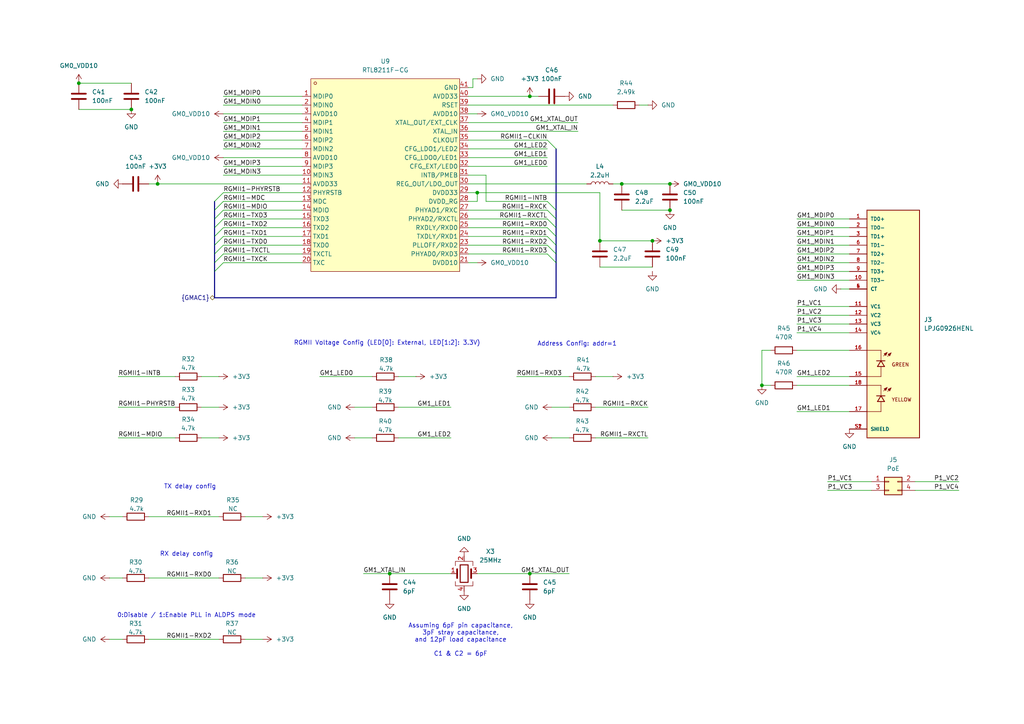
<source format=kicad_sch>
(kicad_sch (version 20250114) (generator "eeschema") (generator_version "9.0")
  (paper "A4")
  (title_block (date "2025-02-20") (rev "V0.1") (company "Matthew Spotten"))
  (lib_symbols
    (symbol "Connector_Generic:Conn_02x02_Odd_Even" (pin_names (offset 1.016) (hide yes))
      (property "Reference" "J" (at 1.27 2.54 0))
      (property "Value" "Conn_02x02_Odd_Even" (at 1.27 -5.08 0))
      (symbol "Conn_02x02_Odd_Even_1_1"
        (rectangle (start -1.27 1.27) (end 3.81 -3.81) (stroke (width 0.254)) (fill (type background)))
        (rectangle (start -1.27 0.127) (end 0 -0.127) (stroke (width 0.1524)))
        (rectangle (start -1.27 -2.413) (end 0 -2.667) (stroke (width 0.1524)))
        (rectangle (start 3.81 0.127) (end 2.54 -0.127) (stroke (width 0.1524)))
        (rectangle (start 3.81 -2.413) (end 2.54 -2.667) (stroke (width 0.1524)))
        (pin passive line (at -5.08 0 0) (length 3.81) (name "Pin_1") (number "1"))
        (pin passive line (at -5.08 -2.54 0) (length 3.81) (name "Pin_3") (number "3"))
        (pin passive line (at 7.62 0 180) (length 3.81) (name "Pin_2") (number "2"))
        (pin passive line (at 7.62 -2.54 180) (length 3.81) (name "Pin_4") (number "4"))
      )
    )
    (symbol "Device:C" (pin_numbers (hide yes)) (pin_names (offset 0.254))
      (property "Reference" "C" (at 0.635 2.54 0))
      (property "Value" "C" (at 0.635 -2.54 0))
      (symbol "C_0_1"
        (polyline (pts (xy -2.032 0.762) (xy 2.032 0.762)) (stroke (width 0.508)))
        (polyline (pts (xy -2.032 -0.762) (xy 2.032 -0.762)) (stroke (width 0.508)))
      )
      (symbol "C_1_1"
        (pin passive line (at 0 3.81 270) (length 2.794) (name "~") (number "1"))
        (pin passive line (at 0 -3.81 90) (length 2.794) (name "~") (number "2"))
      )
    )
    (symbol "Device:Crystal_GND24" (pin_names (offset 1.016) (hide yes))
      (property "Reference" "Y" (at 3.175 5.08 0))
      (property "Value" "Crystal_GND24" (at 3.175 3.175 0))
      (symbol "Crystal_GND24_0_1"
        (polyline (pts (xy -2.54 2.286) (xy -2.54 3.556) (xy 2.54 3.556) (xy 2.54 2.286)))
        (polyline (pts (xy -2.54 0) (xy -2.032 0)))
        (polyline (pts (xy -2.54 -2.286) (xy -2.54 -3.556) (xy 2.54 -3.556) (xy 2.54 -2.286)))
        (polyline (pts (xy -2.032 -1.27) (xy -2.032 1.27)) (stroke (width 0.508)))
        (rectangle (start -1.143 2.54) (end 1.143 -2.54) (stroke (width 0.3048)))
        (polyline (pts (xy 0 3.556) (xy 0 3.81)))
        (polyline (pts (xy 0 -3.81) (xy 0 -3.556)))
        (polyline (pts (xy 2.032 0) (xy 2.54 0)))
        (polyline (pts (xy 2.032 -1.27) (xy 2.032 1.27)) (stroke (width 0.508)))
      )
      (symbol "Crystal_GND24_1_1"
        (pin passive line (at -3.81 0 0) (length 1.27) (name "1") (number "1"))
        (pin passive line (at 0 5.08 270) (length 1.27) (name "2") (number "2"))
        (pin passive line (at 0 -5.08 90) (length 1.27) (name "4") (number "4"))
        (pin passive line (at 3.81 0 180) (length 1.27) (name "3") (number "3"))
      )
    )
    (symbol "Device:L" (pin_numbers (hide yes)) (pin_names (offset 1.016) (hide yes))
      (property "Reference" "L" (at -1.27 0 90))
      (property "Value" "L" (at 1.905 0 90))
      (symbol "L_0_1"
        (arc (start 0 2.54) (mid 0.6323 1.905) (end 0 1.27))
        (arc (start 0 1.27) (mid 0.6323 0.635) (end 0 0))
        (arc (start 0 0) (mid 0.6323 -0.635) (end 0 -1.27))
        (arc (start 0 -1.27) (mid 0.6323 -1.905) (end 0 -2.54))
      )
      (symbol "L_1_1"
        (pin passive line (at 0 3.81 270) (length 1.27) (name "1") (number "1"))
        (pin passive line (at 0 -3.81 90) (length 1.27) (name "2") (number "2"))
      )
    )
    (symbol "Device:R" (pin_numbers (hide yes)) (pin_names (offset 0))
      (property "Reference" "R" (at 2.032 0 90))
      (property "Value" "R" (at 0 0 90))
      (symbol "R_0_1"
        (rectangle (start -1.016 -2.54) (end 1.016 2.54) (stroke (width 0.254)))
      )
      (symbol "R_1_1"
        (pin passive line (at 0 3.81 270) (length 1.27) (name "~") (number "1"))
        (pin passive line (at 0 -3.81 90) (length 1.27) (name "~") (number "2"))
      )
    )
    (symbol "LPJG0926HENL:LPJG0926HENL" (pin_names (offset 1.016))
      (property "Reference" "J" (at -7.62 33.782 0))
      (property "Value" "LPJG0926HENL" (at -7.62 -35.56 0))
      (symbol "LPJG0926HENL_0_0"
        (rectangle (start -7.62 33.02) (end 7.62 -33.02) (stroke (width 0.254)) (fill (type background)))
        (polyline (pts (xy -3.556 -7.62) (xy -7.62 -7.62)) (stroke (width 0.1524)))
        (polyline (pts (xy -3.556 -10.541) (xy -3.556 -7.62)) (stroke (width 0.1524)))
        (polyline (pts (xy -3.556 -10.668) (xy -4.826 -10.668)) (stroke (width 0.254)))
        (polyline (pts (xy -3.556 -10.668) (xy -4.572 -12.319)) (stroke (width 0.254)))
        (polyline (pts (xy -3.556 -15.24) (xy -7.62 -15.24)) (stroke (width 0.1524)))
        (polyline (pts (xy -3.556 -15.24) (xy -3.556 -12.446)) (stroke (width 0.1524)))
        (polyline (pts (xy -3.556 -17.78) (xy -7.62 -17.78)) (stroke (width 0.1524)))
        (polyline (pts (xy -3.556 -20.701) (xy -3.556 -17.78)) (stroke (width 0.1524)))
        (polyline (pts (xy -3.556 -20.828) (xy -4.826 -20.828)) (stroke (width 0.254)))
        (polyline (pts (xy -3.556 -20.828) (xy -4.572 -22.479)) (stroke (width 0.254)))
        (polyline (pts (xy -3.556 -25.4) (xy -7.62 -25.4)) (stroke (width 0.1524)))
        (polyline (pts (xy -3.556 -25.4) (xy -3.556 -22.606)) (stroke (width 0.1524)))
        (polyline (pts (xy -2.794 -9.271) (xy -1.778 -8.255)) (stroke (width 0.1524)))
        (polyline (pts (xy -2.794 -19.431) (xy -1.778 -18.415)) (stroke (width 0.1524)))
        (polyline (pts (xy -2.54 -12.319) (xy -4.572 -12.319)) (stroke (width 0.254)))
        (polyline (pts (xy -2.54 -12.319) (xy -3.556 -10.668)) (stroke (width 0.254)))
        (polyline (pts (xy -2.54 -22.479) (xy -4.572 -22.479)) (stroke (width 0.254)))
        (polyline (pts (xy -2.54 -22.479) (xy -3.556 -20.828)) (stroke (width 0.254)))
        (polyline (pts (xy -2.413 -10.668) (xy -3.556 -10.668)) (stroke (width 0.254)))
        (polyline (pts (xy -2.413 -20.828) (xy -3.556 -20.828)) (stroke (width 0.254)))
        (polyline (pts (xy -1.778 -8.255) (xy -2.667 -8.636) (xy -2.159 -9.144) (xy -1.778 -8.255)) (stroke (width 0.1524)) (fill (type outline)))
        (polyline (pts (xy -1.778 -18.415) (xy -2.667 -18.796) (xy -2.159 -19.304) (xy -1.778 -18.415)) (stroke (width 0.1524)) (fill (type outline)))
        (polyline (pts (xy -1.651 -9.398) (xy -0.635 -8.382)) (stroke (width 0.1524)))
        (polyline (pts (xy -1.651 -19.558) (xy -0.635 -18.542)) (stroke (width 0.1524)))
        (polyline (pts (xy -0.635 -8.382) (xy -1.524 -8.763) (xy -1.016 -9.271) (xy -0.635 -8.382)) (stroke (width 0.1524)) (fill (type outline)))
        (polyline (pts (xy -0.635 -18.542) (xy -1.524 -18.923) (xy -1.016 -19.431) (xy -0.635 -18.542)) (stroke (width 0.1524)) (fill (type outline)))
        (text "GREEN" (at -0.508 -11.176 0) (effects (font (size 1.016 1.016)) (justify left top)))
        (text "YELLOW" (at -0.508 -21.336 0) (effects (font (size 1.016 1.016)) (justify left top)))
        (pin passive line (at -12.7 10.16 0) (length 5.08) (name "CT") (number "4"))
        (pin passive line (at -12.7 10.16 0) (length 5.08) (name "CT") (number "5"))
        (pin passive line (at -12.7 5.08 0) (length 5.08) (name "VC1") (number "11"))
        (pin passive line (at -12.7 2.54 0) (length 5.08) (name "VC2") (number "12"))
        (pin passive line (at -12.7 0 0) (length 5.08) (name "VC3") (number "13"))
        (pin passive line (at -12.7 -2.54 0) (length 5.08) (name "VC4") (number "14"))
        (pin passive line (at -12.7 -7.62 0) (length 5.08) (name "~") (number "16"))
        (pin passive line (at -12.7 -15.24 0) (length 5.08) (name "~") (number "15"))
        (pin passive line (at -12.7 -17.78 0) (length 5.08) (name "~") (number "18"))
        (pin passive line (at -12.7 -25.4 0) (length 5.08) (name "~") (number "17"))
        (pin passive line (at -12.7 -30.48 0) (length 5.08) (name "SHIELD") (number "S1"))
        (pin passive line (at -12.7 -30.48 0) (length 5.08) (name "SHIELD") (number "S2"))
      )
      (symbol "LPJG0926HENL_1_0"
        (pin passive line (at -12.7 30.48 0) (length 5.08) (name "TD0+") (number "1"))
        (pin passive line (at -12.7 27.94 0) (length 5.08) (name "TD0-") (number "2"))
        (pin passive line (at -12.7 25.4 0) (length 5.08) (name "TD1+") (number "3"))
        (pin passive line (at -12.7 22.86 0) (length 5.08) (name "TD1-") (number "6"))
        (pin passive line (at -12.7 20.32 0) (length 5.08) (name "TD2+") (number "7"))
        (pin passive line (at -12.7 17.78 0) (length 5.08) (name "TD2-") (number "8"))
        (pin passive line (at -12.7 15.24 0) (length 5.08) (name "TD3+") (number "9"))
        (pin passive line (at -12.7 12.7 0) (length 5.08) (name "TD3-") (number "10"))
      )
    )
    (symbol "easyeda symbols:RTL8211F-CG"
      (property "Reference" "U" (at 0 30.48 0))
      (property "Value" "RTL8211F-CG" (at 0 -30.48 0))
      (symbol "RTL8211F-CG_0_1"
        (rectangle (start -21.59 27.94) (end 21.59 -27.94) (fill (type background)))
        (circle (center -20.32 26.67) (radius 0.38))
        (pin unspecified line (at -24.13 22.86 0) (length 2.54) (name "MDIP0") (number "1"))
        (pin unspecified line (at -24.13 20.32 0) (length 2.54) (name "MDIN0") (number "2"))
        (pin unspecified line (at -24.13 17.78 0) (length 2.54) (name "AVDD10") (number "3"))
        (pin unspecified line (at -24.13 15.24 0) (length 2.54) (name "MDIP1") (number "4"))
        (pin unspecified line (at -24.13 12.7 0) (length 2.54) (name "MDIN1") (number "5"))
        (pin unspecified line (at -24.13 10.16 0) (length 2.54) (name "MDIP2") (number "6"))
        (pin unspecified line (at -24.13 7.62 0) (length 2.54) (name "MDIN2") (number "7"))
        (pin unspecified line (at -24.13 5.08 0) (length 2.54) (name "AVDD10") (number "8"))
        (pin unspecified line (at -24.13 2.54 0) (length 2.54) (name "MDIP3") (number "9"))
        (pin unspecified line (at -24.13 0 0) (length 2.54) (name "MDIN3") (number "10"))
        (pin unspecified line (at -24.13 -2.54 0) (length 2.54) (name "AVDD33") (number "11"))
        (pin unspecified line (at -24.13 -5.08 0) (length 2.54) (name "PHYRSTB") (number "12"))
        (pin unspecified line (at -24.13 -7.62 0) (length 2.54) (name "MDC") (number "13"))
        (pin unspecified line (at -24.13 -10.16 0) (length 2.54) (name "MDIO") (number "14"))
        (pin unspecified line (at -24.13 -12.7 0) (length 2.54) (name "TXD3") (number "15"))
        (pin unspecified line (at -24.13 -15.24 0) (length 2.54) (name "TXD2") (number "16"))
        (pin unspecified line (at -24.13 -17.78 0) (length 2.54) (name "TXD1") (number "17"))
        (pin unspecified line (at -24.13 -20.32 0) (length 2.54) (name "TXD0") (number "18"))
        (pin unspecified line (at -24.13 -22.86 0) (length 2.54) (name "TXCTL") (number "19"))
        (pin unspecified line (at -24.13 -25.4 0) (length 2.54) (name "TXC") (number "20"))
        (pin unspecified line (at 24.13 25.4 180) (length 2.54) (name "GND") (number "41"))
        (pin unspecified line (at 24.13 22.86 180) (length 2.54) (name "AVDD33") (number "40"))
        (pin unspecified line (at 24.13 20.32 180) (length 2.54) (name "RSET") (number "39"))
        (pin unspecified line (at 24.13 17.78 180) (length 2.54) (name "AVDD10") (number "38"))
        (pin unspecified line (at 24.13 15.24 180) (length 2.54) (name "XTAL_OUT/EXT_CLK") (number "37"))
        (pin unspecified line (at 24.13 12.7 180) (length 2.54) (name "XTAL_IN") (number "36"))
        (pin unspecified line (at 24.13 10.16 180) (length 2.54) (name "CLKOUT") (number "35"))
        (pin unspecified line (at 24.13 7.62 180) (length 2.54) (name "CFG_LDO1/LED2") (number "34"))
        (pin unspecified line (at 24.13 5.08 180) (length 2.54) (name "CFG_LDO0/LED1") (number "33"))
        (pin unspecified line (at 24.13 2.54 180) (length 2.54) (name "CFG_EXT/LED0") (number "32"))
        (pin unspecified line (at 24.13 0 180) (length 2.54) (name "INTB/PMEB") (number "31"))
        (pin unspecified line (at 24.13 -2.54 180) (length 2.54) (name "REG_OUT/LDO_OUT") (number "30"))
        (pin unspecified line (at 24.13 -5.08 180) (length 2.54) (name "DVDD33") (number "29"))
        (pin unspecified line (at 24.13 -7.62 180) (length 2.54) (name "DVDD_RG") (number "28"))
        (pin unspecified line (at 24.13 -10.16 180) (length 2.54) (name "PHYAD1/RXC") (number "27"))
        (pin unspecified line (at 24.13 -12.7 180) (length 2.54) (name "PHYAD2/RXCTL") (number "26"))
        (pin unspecified line (at 24.13 -15.24 180) (length 2.54) (name "RXDLY/RXD0") (number "25"))
        (pin unspecified line (at 24.13 -17.78 180) (length 2.54) (name "TXDLY/RXD1") (number "24"))
        (pin unspecified line (at 24.13 -20.32 180) (length 2.54) (name "PLLOFF/RXD2") (number "23"))
        (pin unspecified line (at 24.13 -22.86 180) (length 2.54) (name "PHYAD0/RXD3") (number "22"))
        (pin unspecified line (at 24.13 -25.4 180) (length 2.54) (name "DVDD10") (number "21"))
      )
    )
    (symbol "power:+1V0" (power) (pin_numbers (hide yes)) (pin_names (offset 0) (hide yes))
      (property "Value" "+1V0" (at 0 3.556 0))
      (symbol "+1V0_0_1"
        (polyline (pts (xy -0.762 1.27) (xy 0 2.54)))
        (polyline (pts (xy 0 2.54) (xy 0.762 1.27)))
        (polyline (pts (xy 0 0) (xy 0 2.54)))
      )
      (symbol "+1V0_1_1"
        (pin power_in line (at 0 0 90) (length 0) (name "~") (number "1"))
      )
    )
    (symbol "power:+3V3" (power) (pin_numbers (hide yes)) (pin_names (offset 0) (hide yes))
      (property "Value" "+3V3" (at 0 3.556 0))
      (symbol "+3V3_0_1"
        (polyline (pts (xy -0.762 1.27) (xy 0 2.54)))
        (polyline (pts (xy 0 2.54) (xy 0.762 1.27)))
        (polyline (pts (xy 0 0) (xy 0 2.54)))
      )
      (symbol "+3V3_1_1"
        (pin power_in line (at 0 0 90) (length 0) (name "~") (number "1"))
      )
    )
    (symbol "power:GND" (power) (pin_numbers (hide yes)) (pin_names (offset 0) (hide yes))
      (property "Value" "GND" (at 0 -3.81 0))
      (symbol "GND_0_1"
        (polyline (pts (xy 0 0) (xy 0 -1.27) (xy 1.27 -1.27) (xy 0 -2.54) (xy -1.27 -1.27) (xy 0 -1.27)))
      )
      (symbol "GND_1_1"
        (pin power_in line (at 0 0 270) (length 0) (name "~") (number "1"))
      )
    )
  )
  (text "RGMII Voltage Config (LED[0]: External, LED[1:2]: 3.3V)" (at 112.268 99.568 0) (effects (font (size 1.27 1.27))))
  (text "0:Disable / 1:Enable PLL in ALDPS mode" (at 54.102 178.562 0) (effects (font (size 1.27 1.27))))
  (text "Address Config: addr=1" (at 167.386 99.822 0) (effects (font (size 1.27 1.27))))
  (text "RX delay config" (at 54.102 160.782 0) (effects (font (size 1.27 1.27))))
  (text "Assuming 6pF pin capacitance,\n3pF stray capacitance,\nand 12pF load capacitance\n\nC1 & C2 = 6pF\n" (at 133.604 185.674 0) (effects (font (size 1.27 1.27))))
  (text "TX delay config" (at 55.118 141.224 0) (effects (font (size 1.27 1.27))))
  (junction (at 173.99 69.85))
  (junction (at 194.31 60.96))
  (junction (at 180.34 53.34))
  (junction (at 113.03 166.37))
  (junction (at 38.1 31.75))
  (junction (at 153.67 27.94))
  (junction (at 220.98 111.76))
  (junction (at 189.23 69.85))
  (junction (at 138.43 55.88))
  (junction (at 22.86 24.13))
  (junction (at 153.67 166.37))
  (junction (at 194.31 53.34))
  (junction (at 45.72 53.34))
  (bus_entry (at 62.23 71.12) (size 2.54 -2.54))
  (bus_entry (at 62.23 76.2) (size 2.54 -2.54))
  (bus_entry (at 158.75 71.12) (size 2.54 2.54))
  (bus_entry (at 158.75 40.64) (size 2.54 2.54))
  (bus_entry (at 158.75 73.66) (size 2.54 2.54))
  (bus_entry (at 158.75 60.96) (size 2.54 2.54))
  (bus_entry (at 158.75 66.04) (size 2.54 2.54))
  (bus_entry (at 158.75 63.5) (size 2.54 2.54))
  (bus_entry (at 62.23 73.66) (size 2.54 -2.54))
  (bus_entry (at 158.75 58.42) (size 2.54 2.54))
  (bus_entry (at 158.75 68.58) (size 2.54 2.54))
  (bus_entry (at 62.23 60.96) (size 2.54 -2.54))
  (bus_entry (at 62.23 68.58) (size 2.54 -2.54))
  (bus_entry (at 62.23 63.5) (size 2.54 -2.54))
  (bus_entry (at 62.23 78.74) (size 2.54 -2.54))
  (bus_entry (at 62.23 66.04) (size 2.54 -2.54))
  (bus_entry (at 62.23 58.42) (size 2.54 -2.54))
  (wire (pts (xy 64.77 43.18) (xy 87.63 43.18)))
  (wire (pts (xy 64.77 45.72) (xy 87.63 45.72)))
  (wire (pts (xy 231.14 101.6) (xy 246.38 101.6)))
  (wire (pts (xy 58.42 118.11) (xy 63.5 118.11)))
  (wire (pts (xy 64.77 66.04) (xy 87.63 66.04)))
  (wire (pts (xy 135.89 53.34) (xy 170.18 53.34)))
  (wire (pts (xy 220.98 101.6) (xy 223.52 101.6)))
  (bus (pts (xy 62.23 71.12) (xy 62.23 73.66)))
  (wire (pts (xy 173.99 77.47) (xy 189.23 77.47)))
  (wire (pts (xy 31.75 167.64) (xy 35.56 167.64)))
  (wire (pts (xy 22.86 24.13) (xy 38.1 24.13)))
  (bus (pts (xy 62.23 86.36) (xy 161.29 86.36)))
  (wire (pts (xy 165.1 127) (xy 160.02 127)))
  (wire (pts (xy 135.89 45.72) (xy 158.75 45.72)))
  (wire (pts (xy 135.89 63.5) (xy 158.75 63.5)))
  (wire (pts (xy 265.43 142.24) (xy 278.13 142.24)))
  (bus (pts (xy 62.23 66.04) (xy 62.23 68.58)))
  (wire (pts (xy 92.71 109.22) (xy 107.95 109.22)))
  (wire (pts (xy 231.14 71.12) (xy 246.38 71.12)))
  (wire (pts (xy 64.77 33.02) (xy 87.63 33.02)))
  (wire (pts (xy 153.67 166.37) (xy 165.1 166.37)))
  (wire (pts (xy 135.89 58.42) (xy 138.43 58.42)))
  (bus (pts (xy 161.29 43.18) (xy 161.29 60.96)))
  (wire (pts (xy 71.12 149.86) (xy 76.2 149.86)))
  (wire (pts (xy 58.42 109.22) (xy 63.5 109.22)))
  (wire (pts (xy 231.14 68.58) (xy 246.38 68.58)))
  (wire (pts (xy 149.86 109.22) (xy 165.1 109.22)))
  (wire (pts (xy 135.89 43.18) (xy 158.75 43.18)))
  (wire (pts (xy 137.16 22.86) (xy 137.16 25.4)))
  (wire (pts (xy 231.14 76.2) (xy 246.38 76.2)))
  (bus (pts (xy 62.23 78.74) (xy 62.23 86.36)))
  (wire (pts (xy 135.89 35.56) (xy 167.64 35.56)))
  (wire (pts (xy 22.86 31.75) (xy 38.1 31.75)))
  (wire (pts (xy 64.77 76.2) (xy 87.63 76.2)))
  (wire (pts (xy 135.89 38.1) (xy 167.64 38.1)))
  (wire (pts (xy 231.14 88.9) (xy 246.38 88.9)))
  (wire (pts (xy 34.29 127) (xy 50.8 127)))
  (wire (pts (xy 113.03 166.37) (xy 130.81 166.37)))
  (wire (pts (xy 130.81 118.11) (xy 115.57 118.11)))
  (wire (pts (xy 180.34 53.34) (xy 194.31 53.34)))
  (wire (pts (xy 43.18 185.42) (xy 63.5 185.42)))
  (wire (pts (xy 71.12 167.64) (xy 76.2 167.64)))
  (wire (pts (xy 185.42 30.48) (xy 187.96 30.48)))
  (wire (pts (xy 135.89 48.26) (xy 158.75 48.26)))
  (wire (pts (xy 64.77 35.56) (xy 87.63 35.56)))
  (wire (pts (xy 45.72 53.34) (xy 87.63 53.34)))
  (bus (pts (xy 62.23 63.5) (xy 62.23 66.04)))
  (wire (pts (xy 231.14 81.28) (xy 246.38 81.28)))
  (wire (pts (xy 158.75 58.42) (xy 140.97 58.42)))
  (wire (pts (xy 138.43 166.37) (xy 153.67 166.37)))
  (wire (pts (xy 231.14 78.74) (xy 246.38 78.74)))
  (wire (pts (xy 231.14 111.76) (xy 246.38 111.76)))
  (wire (pts (xy 135.89 33.02) (xy 138.43 33.02)))
  (wire (pts (xy 64.77 38.1) (xy 87.63 38.1)))
  (wire (pts (xy 140.97 58.42) (xy 140.97 50.8)))
  (bus (pts (xy 62.23 73.66) (xy 62.23 76.2)))
  (wire (pts (xy 240.03 139.7) (xy 252.73 139.7)))
  (wire (pts (xy 173.99 69.85) (xy 173.99 55.88)))
  (bus (pts (xy 62.23 68.58) (xy 62.23 71.12)))
  (wire (pts (xy 156.21 27.94) (xy 153.67 27.94)))
  (bus (pts (xy 161.29 73.66) (xy 161.29 76.2)))
  (wire (pts (xy 64.77 60.96) (xy 87.63 60.96)))
  (wire (pts (xy 173.99 55.88) (xy 138.43 55.88)))
  (wire (pts (xy 105.41 166.37) (xy 113.03 166.37)))
  (wire (pts (xy 140.97 50.8) (xy 135.89 50.8)))
  (bus (pts (xy 62.23 60.96) (xy 62.23 63.5)))
  (wire (pts (xy 135.89 71.12) (xy 158.75 71.12)))
  (wire (pts (xy 34.29 109.22) (xy 50.8 109.22)))
  (wire (pts (xy 220.98 111.76) (xy 220.98 101.6)))
  (wire (pts (xy 43.18 53.34) (xy 45.72 53.34)))
  (wire (pts (xy 135.89 76.2) (xy 138.43 76.2)))
  (wire (pts (xy 137.16 25.4) (xy 135.89 25.4)))
  (wire (pts (xy 64.77 40.64) (xy 87.63 40.64)))
  (wire (pts (xy 64.77 27.94) (xy 87.63 27.94)))
  (wire (pts (xy 31.75 149.86) (xy 35.56 149.86)))
  (wire (pts (xy 64.77 55.88) (xy 87.63 55.88)))
  (wire (pts (xy 135.89 68.58) (xy 158.75 68.58)))
  (wire (pts (xy 172.72 109.22) (xy 177.8 109.22)))
  (wire (pts (xy 43.18 167.64) (xy 63.5 167.64)))
  (wire (pts (xy 180.34 60.96) (xy 194.31 60.96)))
  (wire (pts (xy 135.89 30.48) (xy 177.8 30.48)))
  (wire (pts (xy 130.81 127) (xy 115.57 127)))
  (wire (pts (xy 64.77 71.12) (xy 87.63 71.12)))
  (wire (pts (xy 31.75 185.42) (xy 35.56 185.42)))
  (wire (pts (xy 64.77 63.5) (xy 87.63 63.5)))
  (bus (pts (xy 161.29 71.12) (xy 161.29 73.66)))
  (wire (pts (xy 64.77 50.8) (xy 87.63 50.8)))
  (wire (pts (xy 71.12 185.42) (xy 76.2 185.42)))
  (wire (pts (xy 34.29 118.11) (xy 50.8 118.11)))
  (wire (pts (xy 177.8 53.34) (xy 180.34 53.34)))
  (bus (pts (xy 161.29 68.58) (xy 161.29 71.12)))
  (wire (pts (xy 107.95 118.11) (xy 102.87 118.11)))
  (wire (pts (xy 173.99 69.85) (xy 189.23 69.85)))
  (wire (pts (xy 115.57 109.22) (xy 120.65 109.22)))
  (wire (pts (xy 137.16 22.86) (xy 138.43 22.86)))
  (wire (pts (xy 187.96 118.11) (xy 172.72 118.11)))
  (wire (pts (xy 138.43 58.42) (xy 138.43 55.88)))
  (wire (pts (xy 231.14 96.52) (xy 246.38 96.52)))
  (wire (pts (xy 231.14 119.38) (xy 246.38 119.38)))
  (wire (pts (xy 187.96 127) (xy 172.72 127)))
  (wire (pts (xy 64.77 73.66) (xy 87.63 73.66)))
  (wire (pts (xy 231.14 109.22) (xy 246.38 109.22)))
  (bus (pts (xy 62.23 58.42) (xy 62.23 60.96)))
  (wire (pts (xy 135.89 27.94) (xy 153.67 27.94)))
  (wire (pts (xy 64.77 48.26) (xy 87.63 48.26)))
  (wire (pts (xy 64.77 68.58) (xy 87.63 68.58)))
  (wire (pts (xy 135.89 40.64) (xy 158.75 40.64)))
  (wire (pts (xy 243.84 83.82) (xy 246.38 83.82)))
  (wire (pts (xy 231.14 93.98) (xy 246.38 93.98)))
  (wire (pts (xy 220.98 111.76) (xy 223.52 111.76)))
  (wire (pts (xy 231.14 91.44) (xy 246.38 91.44)))
  (bus (pts (xy 161.29 60.96) (xy 161.29 63.5)))
  (wire (pts (xy 43.18 149.86) (xy 63.5 149.86)))
  (bus (pts (xy 161.29 63.5) (xy 161.29 66.04)))
  (bus (pts (xy 62.23 76.2) (xy 62.23 78.74)))
  (wire (pts (xy 231.14 66.04) (xy 246.38 66.04)))
  (wire (pts (xy 58.42 127) (xy 63.5 127)))
  (bus (pts (xy 161.29 66.04) (xy 161.29 68.58)))
  (wire (pts (xy 135.89 60.96) (xy 158.75 60.96)))
  (wire (pts (xy 231.14 63.5) (xy 246.38 63.5)))
  (wire (pts (xy 135.89 73.66) (xy 158.75 73.66)))
  (wire (pts (xy 240.03 142.24) (xy 252.73 142.24)))
  (wire (pts (xy 265.43 139.7) (xy 278.13 139.7)))
  (wire (pts (xy 135.89 66.04) (xy 158.75 66.04)))
  (wire (pts (xy 107.95 127) (xy 102.87 127)))
  (wire (pts (xy 231.14 73.66) (xy 246.38 73.66)))
  (wire (pts (xy 64.77 30.48) (xy 87.63 30.48)))
  (wire (pts (xy 138.43 55.88) (xy 135.89 55.88)))
  (wire (pts (xy 165.1 118.11) (xy 160.02 118.11)))
  (bus (pts (xy 161.29 76.2) (xy 161.29 86.36)))
  (wire (pts (xy 64.77 58.42) (xy 87.63 58.42)))
  (label "RGMII1-INTB" (at 34.29 109.22 0))
  (label "P1_VC1" (at 240.03 139.7 0))
  (label "GM1_LED1" (at 130.81 118.11 180))
  (label "P1_VC2" (at 278.13 139.7 180))
  (label "P1_VC1" (at 231.14 88.9 0))
  (label "GM1_MDIN1" (at 64.77 38.1 0))
  (label "GM1_XTAL_IN" (at 105.41 166.37 0))
  (label "GM1_MDIP0" (at 231.14 63.5 0))
  (label "RGMII1-RXD0" (at 48.26 167.64 0))
  (label "GM1_XTAL_OUT" (at 165.1 166.37 180))
  (label "GM1_XTAL_OUT" (at 167.64 35.56 180))
  (label "RGMII1-INTB" (at 158.75 58.42 180))
  (label "GM1_MDIN3" (at 64.77 50.8 0))
  (label "GM1_MDIN2" (at 64.77 43.18 0))
  (label "GM1_MDIP2" (at 231.14 73.66 0))
  (label "P1_VC3" (at 231.14 93.98 0))
  (label "RGMII1-RXD1" (at 48.26 149.86 0))
  (label "RGMII1-RXCK" (at 158.75 60.96 180))
  (label "RGMII1-CLKIN" (at 158.75 40.64 180))
  (label "P1_VC2" (at 231.14 91.44 0))
  (label "GM1_MDIN0" (at 231.14 66.04 0))
  (label "GM1_LED2" (at 130.81 127 180))
  (label "GM1_MDIP3" (at 64.77 48.26 0))
  (label "RGMII1-TXCTL" (at 64.77 73.66 0))
  (label "GM1_LED0" (at 92.71 109.22 0))
  (label "RGMII1-PHYRSTB" (at 64.77 55.88 0))
  (label "P1_VC4" (at 231.14 96.52 0))
  (label "GM1_MDIN0" (at 64.77 30.48 0))
  (label "GM1_MDIP3" (at 231.14 78.74 0))
  (label "GM1_MDIP2" (at 64.77 40.64 0))
  (label "RGMII1-TXD2" (at 64.77 66.04 0))
  (label "RGMII1-PHYRSTB" (at 34.29 118.11 0))
  (label "GM1_LED2" (at 158.75 43.18 180))
  (label "RGMII1-MDIO" (at 64.77 60.96 0))
  (label "P1_VC3" (at 240.03 142.24 0))
  (label "GM1_MDIN2" (at 231.14 76.2 0))
  (label "RGMII1-RXCTL" (at 158.75 63.5 180))
  (label "RGMII1-RXCTL" (at 187.96 127 180))
  (label "GM1_MDIN1" (at 231.14 71.12 0))
  (label "RGMII1-RXD3" (at 158.75 73.66 180))
  (label "RGMII1-RXD2" (at 158.75 71.12 180))
  (label "GM1_LED0" (at 158.75 48.26 180))
  (label "RGMII1-MDC" (at 64.77 58.42 0))
  (label "RGMII1-RXCK" (at 187.96 118.11 180))
  (label "RGMII1-MDIO" (at 34.29 127 0))
  (label "RGMII1-RXD2" (at 48.26 185.42 0))
  (label "RGMII1-RXD1" (at 158.75 68.58 180))
  (label "GM1_MDIP0" (at 64.77 27.94 0))
  (label "RGMII1-TXD1" (at 64.77 68.58 0))
  (label "RGMII1-RXD3" (at 149.86 109.22 0))
  (label "RGMII1-TXD3" (at 64.77 63.5 0))
  (label "GM1_MDIN3" (at 231.14 81.28 0))
  (label "GM1_LED1" (at 158.75 45.72 180))
  (label "GM1_MDIP1" (at 231.14 68.58 0))
  (label "RGMII1-TXCK" (at 64.77 76.2 0))
  (label "P1_VC4" (at 278.13 142.24 180))
  (label "GM1_LED1" (at 231.14 119.38 0))
  (label "GM1_MDIP1" (at 64.77 35.56 0))
  (label "RGMII1-RXD0" (at 158.75 66.04 180))
  (label "GM1_XTAL_IN" (at 167.64 38.1 180))
  (label "RGMII1-TXD0" (at 64.77 71.12 0))
  (label "GM1_LED2" (at 231.14 109.22 0))
  (hierarchical_label "{GMAC1}" (shape bidirectional) (at 62.23 86.36 180))
  (symbol (lib_id "power:GND") (at 243.84 83.82 270) (unit 1)
    (property "Reference" "#PWR0140" (effects (hide yes)))
    (property "Value" "GND" (at 240.03 83.8199 90) (effects (justify right)))
    (property "Description" "Power symbol creates a global label with name \"GND\" , ground" (effects (hide yes)))
  )
  (symbol (lib_id "power:GND") (at 35.56 53.34 270) (unit 1)
    (property "Reference" "#PWR0108" (effects (hide yes)))
    (property "Value" "GND" (at 31.75 53.3399 90) (effects (justify right)))
    (property "Description" "Power symbol creates a global label with name \"GND\" , ground" (effects (hide yes)))
  )
  (symbol (lib_id "Device:R") (at 39.37 167.64 90) (unit 1)
    (property "Reference" "R30" (at 39.37 163.068 90))
    (property "Value" "4.7k" (at 39.37 165.608 90))
    (property "Description" "Resistor" (effects (hide yes)))
  )
  (symbol (lib_id "power:GND") (at 138.43 22.86 90) (unit 1)
    (property "Reference" "#PWR0125" (effects (hide yes)))
    (property "Value" "GND" (at 142.24 22.8599 90) (effects (justify right)))
    (property "Description" "Power symbol creates a global label with name \"GND\" , ground" (effects (hide yes)))
  )
  (symbol (lib_id "Device:C") (at 22.86 27.94 0) (unit 1)
    (property "Reference" "C41" (at 26.67 26.6699 0) (effects (justify left)))
    (property "Value" "100nF" (at 26.67 29.2099 0) (effects (justify left)))
    (property "Description" "Unpolarized capacitor" (effects (hide yes)))
  )
  (symbol (lib_id "Device:R") (at 54.61 127 90) (unit 1)
    (property "Reference" "R34" (at 54.61 121.666 90))
    (property "Value" "4.7k" (at 54.61 124.206 90))
    (property "Description" "Resistor" (effects (hide yes)))
  )
  (symbol (lib_id "power:+3V3") (at 31.75 185.42 90) (unit 1)
    (property "Reference" "#PWR0107" (effects (hide yes)))
    (property "Value" "GND" (at 27.94 185.4199 90) (effects (justify left)))
    (property "Description" "Power symbol creates a global label with name \"+3V3\"" (effects (hide yes)))
  )
  (symbol (lib_id "Device:R") (at 67.31 185.42 90) (unit 1)
    (property "Reference" "R37" (at 67.31 180.848 90))
    (property "Value" "NC" (at 67.31 183.388 90))
    (property "Description" "Resistor" (effects (hide yes)))
  )
  (symbol (lib_id "power:+3V3") (at 76.2 167.64 270) (unit 1)
    (property "Reference" "#PWR0117" (effects (hide yes)))
    (property "Value" "+3V3" (at 80.01 167.6399 90) (effects (justify left)))
    (property "Description" "Power symbol creates a global label with name \"+3V3\"" (effects (hide yes)))
  )
  (symbol (lib_id "power:GND") (at 153.67 173.99 0) (unit 1)
    (property "Reference" "#PWR0129" (effects (hide yes)))
    (property "Value" "GND" (at 153.67 179.07 0))
    (property "Description" "Power symbol creates a global label with name \"GND\" , ground" (effects (hide yes)))
  )
  (symbol (lib_id "Device:R") (at 111.76 127 90) (unit 1)
    (property "Reference" "R40" (at 111.76 122.174 90))
    (property "Value" "4.7k" (at 111.76 124.714 90))
    (property "Description" "Resistor" (effects (hide yes)))
  )
  (symbol (lib_id "power:+1V0") (at 138.43 76.2 270) (unit 1)
    (property "Reference" "#PWR0127" (effects (hide yes)))
    (property "Value" "GM0_VDD10" (at 142.24 76.1999 90) (effects (justify left)))
    (property "Description" "Power symbol creates a global label with name \"+1V0\"" (effects (hide yes)))
  )
  (symbol (lib_id "Device:R") (at 54.61 118.11 90) (unit 1)
    (property "Reference" "R33" (at 54.61 113.03 90))
    (property "Value" "4.7k" (at 54.61 115.57 90))
    (property "Description" "Resistor" (effects (hide yes)))
  )
  (symbol (lib_id "power:+3V3") (at 31.75 149.86 90) (unit 1)
    (property "Reference" "#PWR0105" (effects (hide yes)))
    (property "Value" "GND" (at 27.94 149.8599 90) (effects (justify left)))
    (property "Description" "Power symbol creates a global label with name \"+3V3\"" (effects (hide yes)))
  )
  (symbol (lib_id "power:GND") (at 194.31 60.96 0) (unit 1)
    (property "Reference" "#PWR0138" (effects (hide yes)))
    (property "Value" "GND" (at 194.31 66.04 0))
    (property "Description" "Power symbol creates a global label with name \"GND\" , ground" (effects (hide yes)))
  )
  (symbol (lib_id "power:GND") (at 189.23 78.74 0) (unit 1)
    (property "Reference" "#PWR0136" (effects (hide yes)))
    (property "Value" "GND" (at 189.23 83.82 0))
    (property "Description" "Power symbol creates a global label with name \"GND\" , ground" (effects (hide yes)))
  )
  (symbol (lib_id "Device:R") (at 67.31 167.64 90) (unit 1)
    (property "Reference" "R36" (at 67.31 163.068 90))
    (property "Value" "NC" (at 67.31 165.608 90))
    (property "Description" "Resistor" (effects (hide yes)))
  )
  (symbol (lib_id "Device:R") (at 111.76 118.11 90) (unit 1)
    (property "Reference" "R39" (at 111.76 113.538 90))
    (property "Value" "4.7k" (at 111.76 116.078 90))
    (property "Description" "Resistor" (effects (hide yes)))
  )
  (symbol (lib_id "Device:C") (at 153.67 170.18 0) (unit 1)
    (property "Reference" "C45" (at 157.48 168.9099 0) (effects (justify left)))
    (property "Value" "6pF" (at 157.48 171.4499 0) (effects (justify left)))
    (property "Description" "Unpolarized capacitor" (effects (hide yes)))
  )
  (symbol (lib_id "Device:R") (at 111.76 109.22 90) (unit 1)
    (property "Reference" "R38" (at 112.014 104.394 90))
    (property "Value" "4.7k" (at 112.014 106.934 90))
    (property "Description" "Resistor" (effects (hide yes)))
  )
  (symbol (lib_id "power:+1V0") (at 64.77 33.02 90) (unit 1)
    (property "Reference" "#PWR0114" (effects (hide yes)))
    (property "Value" "GM0_VDD10" (at 60.96 33.0199 90) (effects (justify left)))
    (property "Description" "Power symbol creates a global label with name \"+1V0\"" (effects (hide yes)))
  )
  (symbol (lib_id "power:GND") (at 38.1 31.75 0) (unit 1)
    (property "Reference" "#PWR0109" (effects (hide yes)))
    (property "Value" "GND" (at 38.1 36.83 0))
    (property "Description" "Power symbol creates a global label with name \"GND\" , ground" (effects (hide yes)))
  )
  (symbol (lib_id "power:+1V0") (at 138.43 33.02 270) (unit 1)
    (property "Reference" "#PWR0126" (effects (hide yes)))
    (property "Value" "GM0_VDD10" (at 142.24 33.0199 90) (effects (justify left)))
    (property "Description" "Power symbol creates a global label with name \"+1V0\"" (effects (hide yes)))
  )
  (symbol (lib_id "Device:C") (at 173.99 73.66 0) (unit 1)
    (property "Reference" "C47" (at 177.8 72.3899 0) (effects (justify left)))
    (property "Value" "2.2uF" (at 177.8 74.9299 0) (effects (justify left)))
    (property "Description" "Unpolarized capacitor" (effects (hide yes)))
  )
  (symbol (lib_id "Device:Crystal_GND24") (at 134.62 166.37 0) (unit 1)
    (property "Reference" "X3" (at 142.24 159.9498 0))
    (property "Value" "25MHz" (at 142.24 162.4898 0))
    (property "Footprint" "Crystal:Crystal_SMD_2520-4Pin_2.5x2.0mm" (effects (hide yes)))
    (property "Description" "Four pin crystal, GND on pins 2 and 4" (effects (hide yes)))
    (property "LCSC Part" "C5265848" (effects (hide yes)))
  )
  (symbol (lib_id "power:+3V3") (at 63.5 109.22 270) (unit 1)
    (property "Reference" "#PWR0111" (effects (hide yes)))
    (property "Value" "+3V3" (at 67.31 109.2199 90) (effects (justify left)))
    (property "Description" "Power symbol creates a global label with name \"+3V3\"" (effects (hide yes)))
  )
  (symbol (lib_id "power:+3V3") (at 63.5 127 270) (unit 1)
    (property "Reference" "#PWR0113" (effects (hide yes)))
    (property "Value" "+3V3" (at 67.31 126.9999 90) (effects (justify left)))
    (property "Description" "Power symbol creates a global label with name \"+3V3\"" (effects (hide yes)))
  )
  (symbol (lib_id "power:+3V3") (at 153.67 27.94 0) (unit 1)
    (property "Reference" "#PWR0128" (effects (hide yes)))
    (property "Value" "+3V3" (at 153.67 22.86 0))
    (property "Description" "Power symbol creates a global label with name \"+3V3\"" (effects (hide yes)))
  )
  (symbol (lib_id "Device:C") (at 160.02 27.94 90) (unit 1)
    (property "Reference" "C46" (at 160.02 20.32 90))
    (property "Value" "100nF" (at 160.02 22.86 90))
    (property "Description" "Unpolarized capacitor" (effects (hide yes)))
  )
  (symbol (lib_id "power:+3V3") (at 102.87 127 90) (unit 1)
    (property "Reference" "#PWR0120" (effects (hide yes)))
    (property "Value" "GND" (at 99.06 127.0001 90) (effects (justify left)))
    (property "Description" "Power symbol creates a global label with name \"+3V3\"" (effects (hide yes)))
  )
  (symbol (lib_id "Device:C") (at 39.37 53.34 270) (unit 1)
    (property "Reference" "C43" (at 39.37 45.72 90))
    (property "Value" "100nF" (at 39.37 48.26 90))
    (property "Description" "Unpolarized capacitor" (effects (hide yes)))
  )
  (symbol (lib_id "Device:R") (at 39.37 185.42 90) (unit 1)
    (property "Reference" "R31" (at 39.37 180.848 90))
    (property "Value" "4.7k" (at 39.37 183.388 90))
    (property "Description" "Resistor" (effects (hide yes)))
  )
  (symbol (lib_id "power:GND") (at 134.62 171.45 0) (unit 1)
    (property "Reference" "#PWR0124" (effects (hide yes)))
    (property "Value" "GND" (at 134.62 176.53 0))
    (property "Description" "Power symbol creates a global label with name \"GND\" , ground" (effects (hide yes)))
  )
  (symbol (lib_id "power:GND") (at 220.98 111.76 0) (unit 1)
    (property "Reference" "#PWR0139" (effects (hide yes)))
    (property "Value" "GND" (at 220.98 116.84 0))
    (property "Description" "Power symbol creates a global label with name \"GND\" , ground" (effects (hide yes)))
  )
  (symbol (lib_id "Connector_Generic:Conn_02x02_Odd_Even") (at 257.81 139.7 0) (unit 1)
    (property "Reference" "J5" (at 259.08 133.35 0))
    (property "Value" "PoE" (at 259.08 135.89 0))
    (property "Footprint" "Connector_PinHeader_2.54mm:PinHeader_2x02_P2.54mm_Vertical" (effects (hide yes)))
    (property "Description" "Generic connector, double row, 02x02, odd/even pin numbering scheme (row 1 odd numbers, row 2 even numbers), script generated (kicad-library-utils/schlib/autogen/connector/)" (effects (hide yes)))
  )
  (symbol (lib_id "power:+3V3") (at 45.72 53.34 0) (unit 1)
    (property "Reference" "#PWR0110" (effects (hide yes)))
    (property "Value" "+3V3" (at 45.72 48.26 0))
    (property "Description" "Power symbol creates a global label with name \"+3V3\"" (effects (hide yes)))
  )
  (symbol (lib_id "Device:R") (at 181.61 30.48 90) (unit 1)
    (property "Reference" "R44" (at 181.61 24.13 90))
    (property "Value" "2.49k" (at 181.61 26.67 90))
    (property "Description" "Resistor" (effects (hide yes)))
  )
  (symbol (lib_id "power:+3V3") (at 31.75 167.64 90) (unit 1)
    (property "Reference" "#PWR0106" (effects (hide yes)))
    (property "Value" "GND" (at 27.94 167.6399 90) (effects (justify left)))
    (property "Description" "Power symbol creates a global label with name \"+3V3\"" (effects (hide yes)))
  )
  (symbol (lib_id "Device:R") (at 67.31 149.86 90) (unit 1)
    (property "Reference" "R35" (at 67.564 145.034 90))
    (property "Value" "NC" (at 67.564 147.574 90))
    (property "Description" "Resistor" (effects (hide yes)))
  )
  (symbol (lib_id "power:+1V0") (at 64.77 45.72 90) (unit 1)
    (property "Reference" "#PWR0115" (effects (hide yes)))
    (property "Value" "GM0_VDD10" (at 60.96 45.7199 90) (effects (justify left)))
    (property "Description" "Power symbol creates a global label with name \"+1V0\"" (effects (hide yes)))
  )
  (symbol (lib_id "Device:R") (at 54.61 109.22 90) (unit 1)
    (property "Reference" "R32" (at 54.61 104.14 90))
    (property "Value" "4.7k" (at 54.61 106.68 90))
    (property "Description" "Resistor" (effects (hide yes)))
  )
  (symbol (lib_id "Device:R") (at 168.91 118.11 90) (unit 1)
    (property "Reference" "R42" (at 168.91 113.538 90))
    (property "Value" "4.7k" (at 168.91 116.078 90))
    (property "Description" "Resistor" (effects (hide yes)))
  )
  (symbol (lib_id "Device:L") (at 173.99 53.34 90) (unit 1)
    (property "Reference" "L4" (at 173.99 48.26 90))
    (property "Value" "2.2uH" (at 173.99 50.8 90))
    (property "Description" "Inductor" (effects (hide yes)))
  )
  (symbol (lib_id "power:+3V3") (at 102.87 118.11 90) (unit 1)
    (property "Reference" "#PWR0119" (effects (hide yes)))
    (property "Value" "GND" (at 99.06 118.1101 90) (effects (justify left)))
    (property "Description" "Power symbol creates a global label with name \"+3V3\"" (effects (hide yes)))
  )
  (symbol (lib_id "Device:R") (at 168.91 109.22 90) (unit 1)
    (property "Reference" "R41" (at 169.164 104.394 90))
    (property "Value" "4.7k" (at 169.164 106.934 90))
    (property "Description" "Resistor" (effects (hide yes)))
  )
  (symbol (lib_id "Device:R") (at 39.37 149.86 90) (unit 1)
    (property "Reference" "R29" (at 39.624 145.034 90))
    (property "Value" "4.7k" (at 39.624 147.574 90))
    (property "Description" "Resistor" (effects (hide yes)))
  )
  (symbol (lib_id "power:GND") (at 163.83 27.94 90) (unit 1)
    (property "Reference" "#PWR0132" (effects (hide yes)))
    (property "Value" "GND" (at 167.64 27.9399 90) (effects (justify right)))
    (property "Description" "Power symbol creates a global label with name \"GND\" , ground" (effects (hide yes)))
  )
  (symbol (lib_id "power:+3V3") (at 120.65 109.22 270) (unit 1)
    (property "Reference" "#PWR0122" (effects (hide yes)))
    (property "Value" "+3V3" (at 124.46 109.2199 90) (effects (justify left)))
    (property "Description" "Power symbol creates a global label with name \"+3V3\"" (effects (hide yes)))
  )
  (symbol (lib_id "power:+3V3") (at 189.23 69.85 270) (unit 1)
    (property "Reference" "#PWR0135" (effects (hide yes)))
    (property "Value" "+3V3" (at 193.04 69.8499 90) (effects (justify left)))
    (property "Description" "Power symbol creates a global label with name \"+3V3\"" (effects (hide yes)))
  )
  (symbol (lib_id "power:+3V3") (at 160.02 118.11 90) (unit 1)
    (property "Reference" "#PWR0130" (effects (hide yes)))
    (property "Value" "GND" (at 156.21 118.1101 90) (effects (justify left)))
    (property "Description" "Power symbol creates a global label with name \"+3V3\"" (effects (hide yes)))
  )
  (symbol (lib_id "power:GND") (at 134.62 161.29 180) (unit 1)
    (property "Reference" "#PWR0123" (effects (hide yes)))
    (property "Value" "GND" (at 134.62 156.21 0))
    (property "Description" "Power symbol creates a global label with name \"GND\" , ground" (effects (hide yes)))
  )
  (symbol (lib_id "power:+3V3") (at 63.5 118.11 270) (unit 1)
    (property "Reference" "#PWR0112" (effects (hide yes)))
    (property "Value" "+3V3" (at 67.31 118.1099 90) (effects (justify left)))
    (property "Description" "Power symbol creates a global label with name \"+3V3\"" (effects (hide yes)))
  )
  (symbol (lib_id "Device:R") (at 168.91 127 90) (unit 1)
    (property "Reference" "R43" (at 168.91 122.174 90))
    (property "Value" "4.7k" (at 168.91 124.714 90))
    (property "Description" "Resistor" (effects (hide yes)))
  )
  (symbol (lib_id "Device:R") (at 227.33 101.6 270) (unit 1)
    (property "Reference" "R45" (at 227.33 95.25 90))
    (property "Value" "470R" (at 227.33 97.79 90))
    (property "Description" "Resistor" (effects (hide yes)))
  )
  (symbol (lib_id "power:+3V3") (at 160.02 127 90) (unit 1)
    (property "Reference" "#PWR0131" (effects (hide yes)))
    (property "Value" "GND" (at 156.21 127.0001 90) (effects (justify left)))
    (property "Description" "Power symbol creates a global label with name \"+3V3\"" (effects (hide yes)))
  )
  (symbol (lib_id "power:GND") (at 187.96 30.48 90) (unit 1)
    (property "Reference" "#PWR0134" (effects (hide yes)))
    (property "Value" "GND" (at 191.77 30.4799 90) (effects (justify right)))
    (property "Description" "Power symbol creates a global label with name \"GND\" , ground" (effects (hide yes)))
  )
  (symbol (lib_id "Device:C") (at 113.03 170.18 0) (unit 1)
    (property "Reference" "C44" (at 116.84 168.9099 0) (effects (justify left)))
    (property "Value" "6pF" (at 116.84 171.4499 0) (effects (justify left)))
    (property "Description" "Unpolarized capacitor" (effects (hide yes)))
  )
  (symbol (lib_id "Device:C") (at 194.31 57.15 0) (unit 1)
    (property "Reference" "C50" (at 198.12 55.8799 0) (effects (justify left)))
    (property "Value" "100nF" (at 198.12 58.4199 0) (effects (justify left)))
    (property "Description" "Unpolarized capacitor" (effects (hide yes)))
  )
  (symbol (lib_id "Device:R") (at 227.33 111.76 90) (unit 1)
    (property "Reference" "R46" (at 227.33 105.41 90))
    (property "Value" "470R" (at 227.33 107.95 90))
    (property "Description" "Resistor" (effects (hide yes)))
  )
  (symbol (lib_id "power:+3V3") (at 76.2 185.42 270) (unit 1)
    (property "Reference" "#PWR0118" (effects (hide yes)))
    (property "Value" "+3V3" (at 80.01 185.4199 90) (effects (justify left)))
    (property "Description" "Power symbol creates a global label with name \"+3V3\"" (effects (hide yes)))
  )
  (symbol (lib_id "Device:C") (at 189.23 73.66 0) (unit 1)
    (property "Reference" "C49" (at 193.04 72.3899 0) (effects (justify left)))
    (property "Value" "100nF" (at 193.04 74.9299 0) (effects (justify left)))
    (property "Description" "Unpolarized capacitor" (effects (hide yes)))
  )
  (symbol (lib_id "power:+1V0") (at 22.86 24.13 0) (unit 1)
    (property "Reference" "#PWR0104" (effects (hide yes)))
    (property "Value" "GM0_VDD10" (at 22.86 19.05 0))
    (property "Description" "Power symbol creates a global label with name \"+1V0\"" (effects (hide yes)))
  )
  (symbol (lib_id "power:+1V0") (at 194.31 53.34 270) (unit 1)
    (property "Reference" "#PWR0137" (effects (hide yes)))
    (property "Value" "GM0_VDD10" (at 198.12 53.3399 90) (effects (justify left)))
    (property "Description" "Power symbol creates a global label with name \"+1V0\"" (effects (hide yes)))
  )
  (symbol (lib_id "power:+3V3") (at 177.8 109.22 270) (unit 1)
    (property "Reference" "#PWR0133" (effects (hide yes)))
    (property "Value" "+3V3" (at 181.61 109.2199 90) (effects (justify left)))
    (property "Description" "Power symbol creates a global label with name \"+3V3\"" (effects (hide yes)))
  )
  (symbol (lib_id "Device:C") (at 38.1 27.94 0) (unit 1)
    (property "Reference" "C42" (at 41.91 26.6699 0) (effects (justify left)))
    (property "Value" "100nF" (at 41.91 29.2099 0) (effects (justify left)))
    (property "Description" "Unpolarized capacitor" (effects (hide yes)))
  )
  (symbol (lib_id "power:GND") (at 246.38 124.46 0) (unit 1)
    (property "Reference" "#PWR0141" (effects (hide yes)))
    (property "Value" "GND" (at 246.38 129.54 0))
    (property "Description" "Power symbol creates a global label with name \"GND\" , ground" (effects (hide yes)))
  )
  (symbol (lib_id "LPJG0926HENL:LPJG0926HENL") (at 259.08 93.98 0) (unit 1)
    (property "Reference" "J3" (at 267.97 92.7099 0) (effects (justify left)))
    (property "Value" "LPJG0926HENL" (at 267.97 95.2499 0) (effects (justify left)))
    (property "Footprint" "custom footprints:LINK-PP_LPJG0926HENL" (effects (hide yes)))
    (property "Datasheet" "libs/_datasheets/TRJG0926HENL-merged.pdf" (effects (hide yes)))
    (property "MF" "Link-PP" (effects (hide yes)))
    (property "MAXIMUM_PACKAGE_HEIGHT" "13.3mm" (effects (hide yes)))
    (property "Package" "Package" (effects (hide yes)))
    (property "Price" "None" (effects (hide yes)))
    (property "Check_prices" "https://www.snapeda.com/parts/LPJG0926HENL/Link-PP/view-part/?ref=eda" (effects (hide yes)))
    (property "STANDARD" "Manufacturer Recommendations" (effects (hide yes)))
    (property "PARTREV" "A" (effects (hide yes)))
    (property "SnapEDA_Link" "https://www.snapeda.com/parts/LPJG0926HENL/Link-PP/view-part/?ref=snap" (effects (hide yes)))
    (property "MP" "LPJG0926HENL" (effects (hide yes)))
    (property "Description_1" "RJ45 Connector with 1000 - Base-T Integrated Magnetics for PoE+ Application" (effects (hide yes)))
    (property "MANUFACTURER" "Link-PP" (effects (hide yes)))
    (property "Availability" "Not in stock" (effects (hide yes)))
    (property "SNAPEDA_PN" "LPJG0926HENL" (effects (hide yes)))
  )
  (symbol (lib_id "Device:C") (at 180.34 57.15 0) (unit 1)
    (property "Reference" "C48" (at 184.15 55.8799 0) (effects (justify left)))
    (property "Value" "2.2uF" (at 184.15 58.4199 0) (effects (justify left)))
    (property "Description" "Unpolarized capacitor" (effects (hide yes)))
  )
  (symbol (lib_id "power:GND") (at 113.03 173.99 0) (unit 1)
    (property "Reference" "#PWR0121" (effects (hide yes)))
    (property "Value" "GND" (at 113.03 179.07 0))
    (property "Description" "Power symbol creates a global label with name \"GND\" , ground" (effects (hide yes)))
  )
  (symbol (lib_id "easyeda symbols:RTL8211F-CG") (at 111.76 50.8 0) (unit 1)
    (property "Reference" "U9" (at 111.76 17.78 0))
    (property "Value" "RTL8211F-CG" (at 111.76 20.32 0))
    (property "Footprint" "easyeda:WQFN-40_L5.0-W5.0-P0.4-BL-EP" (effects (hide yes)))
    (property "Datasheet" "https://lcsc.com/product-detail/New-Arrivals_Realtek-Semicon-RTL8211F-CG_C187932.html" (effects (hide yes)))
    (property "LCSC Part" "C187932" (effects (hide yes)))
  )
  (symbol (lib_id "power:+3V3") (at 76.2 149.86 270) (unit 1)
    (property "Reference" "#PWR0116" (effects (hide yes)))
    (property "Value" "+3V3" (at 80.01 149.8599 90) (effects (justify left)))
    (property "Description" "Power symbol creates a global label with name \"+3V3\"" (effects (hide yes)))
  )
)
</source>
